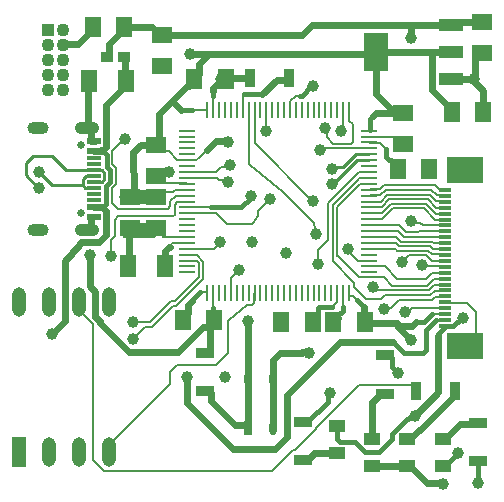
<source format=gtl>
G04*
G04 #@! TF.GenerationSoftware,Altium Limited,Altium Designer,22.5.1 (42)*
G04*
G04 Layer_Physical_Order=1*
G04 Layer_Color=255*
%FSLAX44Y44*%
%MOMM*%
G71*
G04*
G04 #@! TF.SameCoordinates,71178AE7-794B-4274-92FD-453C924C4812*
G04*
G04*
G04 #@! TF.FilePolarity,Positive*
G04*
G01*
G75*
%ADD10C,0.2500*%
%ADD11C,0.2000*%
%ADD16C,0.2540*%
%ADD19O,0.6500X1.2500*%
%ADD20R,0.6500X1.2500*%
%ADD21R,1.6500X0.9000*%
%ADD22R,1.1500X0.6000*%
%ADD23R,1.1500X0.3000*%
%ADD24R,1.8200X1.4400*%
%ADD25R,0.9000X1.6500*%
%ADD26R,1.4000X1.0000*%
%ADD27R,1.1000X0.3000*%
%ADD28R,3.1000X2.3000*%
G04:AMPARAMS|DCode=29|XSize=3.25mm|YSize=2.05mm|CornerRadius=0.0513mm|HoleSize=0mm|Usage=FLASHONLY|Rotation=270.000|XOffset=0mm|YOffset=0mm|HoleType=Round|Shape=RoundedRectangle|*
%AMROUNDEDRECTD29*
21,1,3.2500,1.9475,0,0,270.0*
21,1,3.1475,2.0500,0,0,270.0*
1,1,0.1025,-0.9738,-1.5738*
1,1,0.1025,-0.9738,1.5738*
1,1,0.1025,0.9738,1.5738*
1,1,0.1025,0.9738,-1.5738*
%
%ADD29ROUNDEDRECTD29*%
G04:AMPARAMS|DCode=30|XSize=1mm|YSize=2.05mm|CornerRadius=0.05mm|HoleSize=0mm|Usage=FLASHONLY|Rotation=270.000|XOffset=0mm|YOffset=0mm|HoleType=Round|Shape=RoundedRectangle|*
%AMROUNDEDRECTD30*
21,1,1.0000,1.9500,0,0,270.0*
21,1,0.9000,2.0500,0,0,270.0*
1,1,0.1000,-0.9750,-0.4500*
1,1,0.1000,-0.9750,0.4500*
1,1,0.1000,0.9750,0.4500*
1,1,0.1000,0.9750,-0.4500*
%
%ADD30ROUNDEDRECTD30*%
%ADD31R,1.3500X1.9000*%
%ADD32R,1.4400X1.8200*%
%ADD33R,1.0000X0.9700*%
%ADD49C,0.6500*%
G04:AMPARAMS|DCode=50|XSize=1mm|YSize=2.1mm|CornerRadius=0.5mm|HoleSize=0mm|Usage=FLASHONLY|Rotation=270.000|XOffset=0mm|YOffset=0mm|HoleType=Round|Shape=RoundedRectangle|*
%AMROUNDEDRECTD50*
21,1,1.0000,1.1000,0,0,270.0*
21,1,0.0000,2.1000,0,0,270.0*
1,1,1.0000,-0.5500,0.0000*
1,1,1.0000,-0.5500,0.0000*
1,1,1.0000,0.5500,0.0000*
1,1,1.0000,0.5500,0.0000*
%
%ADD50ROUNDEDRECTD50*%
G04:AMPARAMS|DCode=51|XSize=1mm|YSize=1.8mm|CornerRadius=0.5mm|HoleSize=0mm|Usage=FLASHONLY|Rotation=270.000|XOffset=0mm|YOffset=0mm|HoleType=Round|Shape=RoundedRectangle|*
%AMROUNDEDRECTD51*
21,1,1.0000,0.8000,0,0,270.0*
21,1,0.0000,1.8000,0,0,270.0*
1,1,1.0000,-0.4000,0.0000*
1,1,1.0000,-0.4000,0.0000*
1,1,1.0000,0.4000,0.0000*
1,1,1.0000,0.4000,0.0000*
%
%ADD51ROUNDEDRECTD51*%
%ADD57R,1.4732X0.2794*%
%ADD58R,0.2794X1.4732*%
%ADD59C,0.2607*%
%ADD60C,0.6000*%
%ADD61C,0.4000*%
%ADD62R,1.2000X2.5000*%
%ADD63O,1.2000X2.5000*%
%ADD64R,1.1000X1.1000*%
%ADD65C,1.1000*%
%ADD66C,1.0000*%
G36*
X131706Y231230D02*
X129838Y230859D01*
X128006Y229634D01*
X126781Y227802D01*
X126351Y225640D01*
X126781Y223478D01*
X128006Y221646D01*
X128882Y220770D01*
X128356Y219500D01*
X101000D01*
Y232500D01*
X131581D01*
X131706Y231230D01*
D02*
G37*
G36*
X128022Y258486D02*
X126448Y256912D01*
X125665Y255741D01*
X125391Y254360D01*
X125665Y252979D01*
X126448Y251808D01*
X127619Y251025D01*
X129000Y250751D01*
X130381Y251025D01*
X131552Y251808D01*
X134695Y254951D01*
X137000D01*
Y247969D01*
X110260D01*
X110062Y248215D01*
X110321Y249916D01*
X110994Y250366D01*
X114249Y253620D01*
X114249Y253620D01*
X115473Y255453D01*
X115903Y257615D01*
X115903Y257615D01*
Y259659D01*
X127535D01*
X128022Y258486D01*
D02*
G37*
D10*
X366473Y150126D02*
X366508Y150091D01*
X373630D02*
X373721Y150000D01*
X366508Y150091D02*
X373630D01*
D11*
X312753Y186087D02*
G03*
X312715Y186087I114J-21461D01*
G01*
X190586Y150003D02*
G03*
X190586Y150002I1414J-1415D01*
G01*
X92000Y293292D02*
X101708Y303000D01*
X103000D01*
X92000Y281870D02*
Y293292D01*
X334620Y166620D02*
X362620D01*
X322000Y159000D02*
X323157Y160157D01*
X328157D01*
X334620Y166620D01*
X292000Y208000D02*
X299716Y200284D01*
X292000Y208000D02*
Y210000D01*
X282489Y204510D02*
X283075Y203925D01*
X300985Y186015D02*
X302642Y186015D01*
X283075Y203925D02*
X300985Y186015D01*
X278689Y246750D02*
X279013Y247486D01*
X282489Y204510D02*
Y244790D01*
X283213Y246504D01*
X278689Y199601D02*
Y246750D01*
X302642Y186015D02*
X312715Y186087D01*
X278689Y199601D02*
X296697Y181594D01*
X320000Y168000D02*
X322849Y170849D01*
X323170D01*
X296697Y178303D02*
X307000Y168000D01*
X320000D01*
X323170Y170849D02*
X324996Y170849D01*
X361475D01*
X321757Y186087D02*
X329044Y178800D01*
X358678D01*
X312753Y186087D02*
X321757D01*
X358678Y178800D02*
X364178Y184300D01*
X296697Y178303D02*
Y181594D01*
X312776Y177547D02*
X314375D01*
X316922Y175000D01*
X296000Y170000D02*
X299000Y167000D01*
X292500Y170397D02*
X292897Y170000D01*
X292500Y170397D02*
Y173068D01*
X292897Y170000D02*
X296000D01*
X169250Y184876D02*
Y199415D01*
X124006Y148000D02*
X142006Y166000D01*
X146274Y161900D02*
X169250Y184876D01*
X120200Y144200D02*
X125580D01*
X143280Y161900D02*
X146274D01*
X110000Y134000D02*
X120200Y144200D01*
X125580D02*
X143280Y161900D01*
X110000Y148000D02*
X124006D01*
X90734Y204024D02*
Y217708D01*
X90710Y204000D02*
X90734Y204024D01*
Y217708D02*
X94000Y220975D01*
Y234900D01*
X92000Y261888D02*
X95103Y264991D01*
X92000Y281870D02*
X95103Y278766D01*
Y264991D02*
Y278766D01*
X92000Y249100D02*
X96740Y244360D01*
X92000Y249100D02*
Y261888D01*
X132360Y275000D02*
X140378D01*
X129000Y271640D02*
X132360Y275000D01*
X129000Y271640D02*
X134959Y265681D01*
X154887D01*
X155284Y265284D01*
X129000Y298360D02*
X134443Y292917D01*
X139928D01*
X147164Y285681D01*
X154887D01*
X155284Y285284D01*
X96740Y244360D02*
X139260D01*
X141200Y246300D01*
Y250795D01*
X145689Y255284D01*
X155284D01*
X154887Y249887D02*
X155284Y250284D01*
X147164Y249887D02*
X154887D01*
X145000Y247723D02*
X147164Y249887D01*
X145000Y238812D02*
Y247723D01*
X143828Y237640D02*
X145000Y238812D01*
X96740Y237640D02*
X143828D01*
X94000Y234900D02*
X96740Y237640D01*
X294339Y299084D02*
X295511Y300256D01*
X273461Y304539D02*
X278916Y299084D01*
X295511Y300256D02*
Y315489D01*
X278916Y299084D02*
X294339D01*
X276804Y295284D02*
X309716D01*
X276658Y295430D02*
X276804Y295284D01*
X273461Y304539D02*
Y311616D01*
X272539Y312539D02*
X273461Y311616D01*
X292500Y327500D02*
X292503Y327497D01*
Y318497D02*
Y327497D01*
Y318497D02*
X295511Y315489D01*
X287500Y311500D02*
Y327500D01*
X286039Y310039D02*
X287500Y311500D01*
X273047Y295430D02*
X276658D01*
X268000Y294000D02*
X271940Y295326D01*
X272250Y295430D01*
X273047Y295430D01*
X207500Y282328D02*
Y327500D01*
X184173Y279469D02*
X190469D01*
X208672Y281157D02*
X236726Y258274D01*
X207500Y282328D02*
X208672Y281157D01*
X190469Y279469D02*
X192000Y281000D01*
X222188Y327188D02*
X222500Y327500D01*
X222188Y310122D02*
Y327188D01*
X221877Y309810D02*
X222188Y310122D01*
X300022Y268687D02*
X300022D01*
X298448Y272487D02*
X300848Y274887D01*
X301596Y264887D02*
X309319D01*
X279013Y247486D02*
X279413Y248078D01*
X300022Y268687D01*
X275613Y249652D02*
X298448Y272487D01*
X283213Y246504D02*
X301596Y264887D01*
X300022Y268687D02*
X301222Y269887D01*
X274890Y248324D02*
X275613Y249652D01*
X215683Y237932D02*
X215698Y237948D01*
Y242020D02*
X226000Y252322D01*
X215698Y237948D02*
Y242020D01*
X182304Y268531D02*
X188469D01*
X180551Y270284D02*
X182304Y268531D01*
X188469D02*
X190000Y267000D01*
X155284Y270284D02*
X180551D01*
X179988Y275284D02*
X184173Y279469D01*
X322716Y195284D02*
X333000Y185000D01*
X358000D02*
X363000Y190000D01*
X333000Y185000D02*
X358000D01*
X363000Y190000D02*
X373721D01*
X309716Y195284D02*
X322716D01*
X299716Y200284D02*
X309716D01*
X343000Y205000D02*
X358000D01*
X337000Y199000D02*
X343000Y205000D01*
X316922Y175000D02*
X360252D01*
X368049Y184300D02*
X368249Y184500D01*
X373221D01*
X364178Y184300D02*
X368049D01*
X373221Y184500D02*
X373721Y185000D01*
X361475Y170849D02*
X364926Y174300D01*
X368049Y179300D02*
X368249Y179500D01*
X373221D01*
X373721Y180000D01*
X360252Y175000D02*
X364552Y179300D01*
X368049D01*
X362620Y166620D02*
X365500Y169500D01*
X364926Y174300D02*
X368049D01*
X368249Y174500D01*
X373221D01*
X373721Y175000D01*
X365500Y169500D02*
X373221D01*
X340000Y157110D02*
X342895D01*
X345785Y160000D01*
X373221Y169500D02*
X373721Y170000D01*
X345785Y160000D02*
X373721D01*
X363000Y155050D02*
X363050Y155000D01*
X373721D01*
X354960Y195500D02*
X373221D01*
X354000Y196460D02*
X354960Y195500D01*
X373221D02*
X373721Y195000D01*
X363000Y200000D02*
X373721D01*
X358000Y205000D02*
X363000Y200000D01*
X309716Y210284D02*
X331968D01*
X361386Y212600D02*
X363987Y210000D01*
X359813Y208800D02*
X362912Y205700D01*
X336600Y216400D02*
X362961D01*
X332716Y220284D02*
X336600Y216400D01*
X335026Y212600D02*
X361386D01*
X333452Y208800D02*
X359813D01*
X332342Y215284D02*
X335026Y212600D01*
X331968Y210284D02*
X333452Y208800D01*
X362961Y216400D02*
X364361Y215000D01*
X350736Y224110D02*
X351626Y225000D01*
X345000Y234000D02*
X347047Y231953D01*
X351626Y225000D02*
X373721D01*
X334716Y230284D02*
X340890Y224110D01*
X350736D01*
X373411Y220310D02*
X373721Y220000D01*
X338690Y220310D02*
X373411D01*
X362912Y205700D02*
X368049D01*
X368249Y205500D02*
X373221D01*
X373721Y205000D01*
X368049Y205700D02*
X368249Y205500D01*
X309716Y215284D02*
X332342D01*
X309716Y225284D02*
X333716D01*
X309716Y220284D02*
X332716D01*
X333716Y225284D02*
X338690Y220310D01*
X347047Y231953D02*
X352943D01*
X309716Y230284D02*
X334716D01*
X352943Y231953D02*
X354895Y230000D01*
X363987Y210000D02*
X373721D01*
X364361Y215000D02*
X373721D01*
X365452Y235000D02*
X373721D01*
X355852Y244600D02*
X365452Y235000D01*
X330000Y244600D02*
X355852D01*
X309716Y235284D02*
X320684D01*
X330000Y244600D01*
X354895Y230000D02*
X373721D01*
X365826Y240000D02*
X373721D01*
X357426Y248400D02*
X365826Y240000D01*
X320284Y240284D02*
X328400Y248400D01*
X357426D01*
X309716Y240284D02*
X320284D01*
X366200Y245000D02*
X373721D01*
X359000Y252200D02*
X366200Y245000D01*
X326574Y252200D02*
X359000D01*
X320055Y245681D02*
X326574Y252200D01*
X309716Y245284D02*
X310113Y245681D01*
X320055D01*
X373221Y250500D02*
X373721Y250000D01*
X366326Y250500D02*
X373221D01*
X360826Y256000D02*
X366326Y250500D01*
X325000Y256000D02*
X360826D01*
X319284Y250284D02*
X325000Y256000D01*
X309716Y250284D02*
X319284D01*
X322000Y264000D02*
X365721D01*
X319055Y255681D02*
X323574Y260200D01*
X318681Y260681D02*
X322000Y264000D01*
X310113Y255681D02*
X319055D01*
X323574Y260200D02*
X362000D01*
X310113Y260681D02*
X318681D01*
X362000Y260200D02*
X366700Y255500D01*
X373221D02*
X373721Y255000D01*
X366700Y255500D02*
X373221D01*
X309716Y255284D02*
X310113Y255681D01*
X365721Y264000D02*
X369721Y260000D01*
X373721D01*
X309716Y260284D02*
X310113Y260681D01*
X266000Y209000D02*
X274890Y217889D01*
X266000Y197000D02*
Y209000D01*
X192500Y185500D02*
X199000Y192000D01*
X192500Y173068D02*
Y185500D01*
X274890Y217889D02*
Y248324D01*
X301222Y269887D02*
X309319D01*
X300848Y274887D02*
X309319D01*
X263029Y231971D02*
X264790Y222803D01*
X237312Y257688D02*
X263029Y231971D01*
X144918Y259887D02*
X154887D01*
X129000Y254360D02*
X133200Y258560D01*
X143591D01*
X144918Y259887D01*
X212500Y299500D02*
Y327500D01*
X143284Y215284D02*
X155284D01*
X142000Y214000D02*
X143284Y215284D01*
X316129Y304840D02*
X332046D01*
X338210Y298676D01*
X160000Y328000D02*
X172103D01*
X177500Y327500D02*
Y339500D01*
X155284Y275284D02*
X179988D01*
X155284Y245284D02*
X175716D01*
X155284Y210284D02*
X178133D01*
X183640Y215791D01*
Y216000D01*
X177500Y160500D02*
Y173068D01*
X282103Y164948D02*
Y172671D01*
X282500Y173068D01*
X242897Y327897D02*
Y335620D01*
X247277Y340000D01*
X251000D01*
X135047Y220284D02*
X155284D01*
X129000Y227640D02*
X135047Y221593D01*
Y220284D02*
Y221593D01*
X212103Y172671D02*
X212500Y173068D01*
X212103Y167949D02*
Y172671D01*
X287103Y160897D02*
Y172671D01*
X287500Y173068D01*
X166000Y174000D02*
X172103D01*
X319113Y299887D02*
X324000Y295000D01*
X309716Y305284D02*
X315685D01*
X316129Y304840D01*
X163778Y204887D02*
X169250Y199415D01*
X155681Y204887D02*
X163778D01*
X155284Y205284D02*
X155681Y204887D01*
X154887Y259887D02*
X155284Y260284D01*
X309319Y269887D02*
X309716Y270284D01*
X142006Y166000D02*
X145000D01*
X165450Y186450D01*
Y197841D01*
X163404Y199887D02*
X165450Y197841D01*
X155681Y199887D02*
X163404D01*
X155284Y200284D02*
X155681Y199887D01*
X172103Y328000D02*
X172500Y327603D01*
Y327500D02*
Y327603D01*
X309319Y274887D02*
X309716Y275284D01*
X309319Y264887D02*
X309716Y265284D01*
X242500Y327500D02*
X242897Y327897D01*
X202500Y327500D02*
Y339500D01*
X204000Y341000D01*
X172103Y174000D02*
X172500Y173603D01*
Y173068D02*
Y173603D01*
X309716Y300284D02*
X310113Y299887D01*
X319113D01*
X309716Y310284D02*
X310000Y310568D01*
X165186Y287463D02*
X172000Y293606D01*
X163810Y286087D02*
X165186Y287463D01*
X163659Y286087D02*
X163810D01*
X162769Y285284D02*
X163659Y286087D01*
X155284Y285284D02*
X162769D01*
X210824Y231778D02*
X215683Y237932D01*
X210181Y231135D02*
X210824Y231778D01*
X210146Y231110D02*
X210181Y231135D01*
X188890Y231110D02*
X210146D01*
X188305Y231695D02*
X188890Y231110D01*
X179716Y240284D02*
X188305Y231695D01*
X155284Y240284D02*
X179716D01*
X211697Y167500D02*
X212103Y167949D01*
X211697Y164542D02*
Y167500D01*
X210057Y162902D02*
X211697Y164542D01*
X206108Y162902D02*
X210057D01*
X190651Y150068D02*
X206108Y162902D01*
X190586Y150003D02*
X190651Y150068D01*
X190000Y149417D02*
X190586Y150002D01*
X190000Y122000D02*
Y149417D01*
X180000Y112000D02*
X190000Y122000D01*
X147000Y112000D02*
X180000D01*
X141000Y106000D02*
X147000Y112000D01*
X141000Y96100D02*
Y106000D01*
X89400Y44500D02*
X141000Y96100D01*
X89400Y38000D02*
Y44500D01*
X278155Y161000D02*
X282103Y164948D01*
X177000Y340000D02*
X177500Y339500D01*
X212500Y299500D02*
X261000Y251000D01*
X262000D01*
X236726Y258274D02*
X237312Y257688D01*
X76346Y271879D02*
X76846Y271379D01*
X391021Y277000D02*
X400890D01*
X390721Y276700D02*
X391021Y277000D01*
X374221Y164500D02*
X392500D01*
X338000Y298640D02*
X338175D01*
X338210Y298676D01*
X76346Y301379D02*
X78346Y299379D01*
X74386Y237379D02*
X76386Y239379D01*
X74386Y301379D02*
X75007Y302000D01*
X349596Y90254D02*
Y91500D01*
X246412Y39852D02*
X264304Y57744D01*
X227400Y21960D02*
X245292Y39852D01*
X246412D01*
X264304Y58694D02*
X300610Y95000D01*
X75681Y31727D02*
Y146819D01*
X64000Y158500D02*
X75681Y146819D01*
Y31727D02*
X85448Y21960D01*
X264304Y57744D02*
Y58694D01*
X64000Y158500D02*
Y165000D01*
X85448Y21960D02*
X227400D01*
X300610Y95000D02*
X346096D01*
X349596Y91500D01*
X373721Y165000D02*
X374221Y164500D01*
X392500D02*
X400000Y157000D01*
Y138800D02*
Y157000D01*
X389200Y128000D02*
X400000Y138800D01*
X389000Y128000D02*
X389200D01*
X360360Y278000D02*
X361000D01*
X261720Y149900D02*
X266000Y154180D01*
X261720Y148000D02*
Y149900D01*
D16*
X287287Y279384D02*
X298187Y290284D01*
X309716D01*
X279965Y279384D02*
X287287D01*
X278859Y278278D02*
X279965Y279384D01*
X278344Y277535D02*
X278859Y278278D01*
X278000Y265000D02*
X279040D01*
X299197Y285157D01*
X309589D01*
X309716Y285284D01*
D19*
X228340Y58172D02*
D03*
X206840Y99672D02*
D03*
X228340D02*
D03*
D20*
X206840Y58172D02*
D03*
D21*
X253254Y63404D02*
D03*
Y31104D02*
D03*
X170746Y121896D02*
D03*
Y89596D02*
D03*
X402000Y30700D02*
D03*
Y63000D02*
D03*
X323000Y120000D02*
D03*
Y87700D02*
D03*
D22*
X76346Y237379D02*
D03*
Y301379D02*
D03*
Y245379D02*
D03*
Y293379D02*
D03*
D23*
Y251879D02*
D03*
Y256879D02*
D03*
Y261879D02*
D03*
Y266879D02*
D03*
Y271879D02*
D03*
Y276879D02*
D03*
Y281879D02*
D03*
Y286879D02*
D03*
D24*
X107000Y227640D02*
D03*
Y254360D02*
D03*
X338000Y298640D02*
D03*
Y325360D02*
D03*
X134000Y391360D02*
D03*
Y364640D02*
D03*
X129000Y271640D02*
D03*
Y298360D02*
D03*
X405000Y402360D02*
D03*
Y375640D02*
D03*
X129000Y254360D02*
D03*
Y227640D02*
D03*
D25*
X381896Y90254D02*
D03*
X349596D02*
D03*
X209104Y354746D02*
D03*
X241404D02*
D03*
D26*
X342000Y49430D02*
D03*
Y26570D02*
D03*
X282000Y37570D02*
D03*
Y60430D02*
D03*
X372000Y49430D02*
D03*
Y26570D02*
D03*
X312000Y49430D02*
D03*
Y26570D02*
D03*
D27*
X373721Y260000D02*
D03*
Y255000D02*
D03*
Y250000D02*
D03*
Y245000D02*
D03*
Y240000D02*
D03*
Y235000D02*
D03*
Y230000D02*
D03*
Y225000D02*
D03*
Y220000D02*
D03*
Y215000D02*
D03*
Y210000D02*
D03*
Y205000D02*
D03*
Y200000D02*
D03*
Y195000D02*
D03*
Y190000D02*
D03*
Y185000D02*
D03*
Y180000D02*
D03*
Y175000D02*
D03*
Y170000D02*
D03*
Y165000D02*
D03*
Y160000D02*
D03*
Y155000D02*
D03*
Y150000D02*
D03*
Y145000D02*
D03*
D28*
X390721Y128300D02*
D03*
Y276700D02*
D03*
D29*
X315250Y377000D02*
D03*
D30*
X378750Y400000D02*
D03*
Y377000D02*
D03*
Y354000D02*
D03*
D31*
X137000Y196000D02*
D03*
X105000D02*
D03*
X104000Y352000D02*
D03*
X72000D02*
D03*
D32*
X360360Y278000D02*
D03*
X333640D02*
D03*
X102360Y398000D02*
D03*
X75640D02*
D03*
X188360Y354000D02*
D03*
X161640D02*
D03*
X379640Y326000D02*
D03*
X406360D02*
D03*
X261720Y148000D02*
D03*
X235000D02*
D03*
X306011Y148011D02*
D03*
X279291D02*
D03*
X178360Y150000D02*
D03*
X151640D02*
D03*
D33*
X87650Y373000D02*
D03*
X102350D02*
D03*
D49*
X65596Y240479D02*
D03*
Y298279D02*
D03*
D50*
X70596Y226179D02*
D03*
Y312579D02*
D03*
D51*
X28796Y226179D02*
D03*
Y312579D02*
D03*
D57*
X155284Y310284D02*
D03*
Y305284D02*
D03*
Y300284D02*
D03*
Y295284D02*
D03*
Y290284D02*
D03*
Y285284D02*
D03*
Y280284D02*
D03*
Y275284D02*
D03*
Y270284D02*
D03*
Y265284D02*
D03*
Y260284D02*
D03*
Y255284D02*
D03*
Y250284D02*
D03*
Y245284D02*
D03*
Y240284D02*
D03*
Y235284D02*
D03*
Y230284D02*
D03*
Y225284D02*
D03*
Y220284D02*
D03*
Y215284D02*
D03*
Y210284D02*
D03*
Y205284D02*
D03*
Y200284D02*
D03*
Y195284D02*
D03*
Y190284D02*
D03*
X309716D02*
D03*
Y195284D02*
D03*
Y200284D02*
D03*
Y205284D02*
D03*
Y210284D02*
D03*
Y215284D02*
D03*
Y220284D02*
D03*
Y225284D02*
D03*
Y230284D02*
D03*
Y235284D02*
D03*
Y240284D02*
D03*
Y245284D02*
D03*
Y250284D02*
D03*
Y255284D02*
D03*
Y260284D02*
D03*
Y265284D02*
D03*
Y270284D02*
D03*
Y275284D02*
D03*
Y280284D02*
D03*
Y285284D02*
D03*
Y290284D02*
D03*
Y295284D02*
D03*
Y300284D02*
D03*
Y305284D02*
D03*
Y310284D02*
D03*
D58*
X172500Y173068D02*
D03*
X177500D02*
D03*
X182500D02*
D03*
X187500D02*
D03*
X192500D02*
D03*
X197500D02*
D03*
X202500D02*
D03*
X207500D02*
D03*
X212500D02*
D03*
X217500D02*
D03*
X222500D02*
D03*
X227500D02*
D03*
X232500D02*
D03*
X237500D02*
D03*
X242500D02*
D03*
X247500D02*
D03*
X252500D02*
D03*
X257500D02*
D03*
X262500D02*
D03*
X267500D02*
D03*
X272500D02*
D03*
X277500D02*
D03*
X282500D02*
D03*
X287500D02*
D03*
X292500D02*
D03*
Y327500D02*
D03*
X287500D02*
D03*
X282500D02*
D03*
X277500D02*
D03*
X272500D02*
D03*
X267500D02*
D03*
X262500D02*
D03*
X257500D02*
D03*
X252500D02*
D03*
X247500D02*
D03*
X242500D02*
D03*
X237500D02*
D03*
X232500D02*
D03*
X227500D02*
D03*
X222500D02*
D03*
X217500D02*
D03*
X212500D02*
D03*
X207500D02*
D03*
X202500D02*
D03*
X197500D02*
D03*
X192500D02*
D03*
X187500D02*
D03*
X182500D02*
D03*
X177500D02*
D03*
X172500D02*
D03*
D59*
X41073Y263995D02*
X67394D01*
X29371Y262000D02*
X29900D01*
X19000Y272371D02*
X29371Y262000D01*
X29900Y275168D02*
X41073Y263995D01*
X53121Y276879D02*
X76346D01*
X41000Y289000D02*
X53121Y276879D01*
X25000Y289000D02*
X41000D01*
X19000Y283000D02*
X25000Y289000D01*
X19000Y272371D02*
Y283000D01*
X83181Y276682D02*
X85199Y274664D01*
X76542Y267075D02*
X83181D01*
X85199Y269093D01*
X76603Y276682D02*
X83181D01*
X76346Y276939D02*
X76603Y276682D01*
X85199Y269093D02*
Y274664D01*
X76346Y266879D02*
X76542Y267075D01*
X76150Y271682D02*
X76346Y271879D01*
X69510Y271682D02*
X76150D01*
X69314Y262075D02*
X76150D01*
X76346Y261879D01*
X67492Y269664D02*
X69510Y271682D01*
X67492Y264093D02*
Y269664D01*
X67394Y263995D02*
X69314Y262075D01*
D60*
X86896Y296390D02*
Y332146D01*
X84084Y293579D02*
X86896Y296390D01*
X158000Y375000D02*
X174000D01*
X134000Y364640D02*
X134011D01*
X134191Y364460D01*
X81481Y147613D02*
Y149221D01*
X77860Y152842D02*
Y173960D01*
X106094Y123000D02*
X147728D01*
X81481Y147613D02*
X106094Y123000D01*
X77860Y152842D02*
X81481Y149221D01*
X147728Y123000D02*
X164652Y139924D01*
X73000Y178820D02*
Y205000D01*
Y178820D02*
X77860Y173960D01*
X106244Y254725D02*
X110079Y258560D01*
Y273560D01*
X102977Y254000D02*
X103000D01*
X103725Y254725D01*
X106244D01*
X110079Y273560D02*
X110255Y273736D01*
X110000Y276000D02*
Y292000D01*
X110255Y261644D02*
Y273736D01*
Y257615D02*
Y261644D01*
X305000Y149022D02*
X306011Y148011D01*
X110000Y292000D02*
X116360Y298360D01*
X106580Y227220D02*
X107000Y227640D01*
X106580Y197580D02*
Y227220D01*
X82379Y293379D02*
X82579Y293579D01*
X84084D01*
X116360Y298360D02*
X129000D01*
X76346Y293379D02*
X82379D01*
X83884D01*
X188928Y301876D02*
X190000Y300804D01*
X180271Y301876D02*
X188928D01*
X80462Y215639D02*
X86896Y222073D01*
X85139Y244124D02*
Y244124D01*
X86896Y222073D02*
Y242367D01*
X83884Y245379D02*
X85139Y244124D01*
Y244124D02*
X86896Y242367D01*
X52460Y149460D02*
Y200097D01*
X65662Y215639D02*
X80462D01*
X63706Y213682D02*
X65662Y215639D01*
X52460Y200097D02*
X63706Y213682D01*
X252980Y122718D02*
X258392D01*
X259000Y122110D01*
X285267Y131562D02*
X329562D01*
X240000Y86295D02*
X285267Y131562D01*
X240000Y51000D02*
Y86295D01*
X252449Y122187D02*
X252980Y122718D01*
X234187Y122187D02*
X252449D01*
X228340Y58172D02*
Y116340D01*
X174553Y144293D02*
X178360Y148100D01*
X174160Y143900D02*
X174553Y144293D01*
X306011Y148011D02*
X306912Y147110D01*
X305956Y148066D02*
X306011Y148011D01*
Y148011D02*
Y148011D01*
X206920Y148920D02*
X207000Y149000D01*
X206920Y99752D02*
Y148920D01*
X306912Y147110D02*
X333185D01*
X333927Y144073D02*
X345000Y133000D01*
X346220Y145220D02*
X349110Y148110D01*
X333185Y147110D02*
X335075Y145220D01*
X346220D01*
X219000Y341000D02*
X231419Y353419D01*
X406360Y326000D02*
Y344100D01*
X315250Y341210D02*
Y377000D01*
X174000Y375000D02*
X313250D01*
X315250Y377000D02*
X363000D01*
Y344540D02*
X379640Y327900D01*
X378750Y354000D02*
X398000D01*
X398900Y354900D01*
X398000Y352460D02*
Y354000D01*
X363000Y344540D02*
Y377000D01*
X345000Y389000D02*
Y400000D01*
X398000Y352460D02*
X406360Y344100D01*
X313250Y375000D02*
X315250Y377000D01*
X240077Y353419D02*
X241404Y354746D01*
X231419Y353419D02*
X240077D01*
X315360Y325360D02*
X331100D01*
X313000Y323000D02*
X315360Y325360D01*
X70596Y312579D02*
X71298Y313281D01*
X72538Y312579D02*
X74386Y310731D01*
X70596Y312579D02*
X72538D01*
X74386Y228026D02*
Y237379D01*
X70596Y226179D02*
X72538D01*
X74386Y228026D01*
Y301379D02*
X76346D01*
Y245379D02*
X83884D01*
X74386Y301379D02*
Y310731D01*
X71298Y351298D02*
X72000Y352000D01*
X71298Y313281D02*
Y351298D01*
X174553Y123396D02*
Y144293D01*
X155840Y162638D02*
X159201Y165999D01*
X155840Y156100D02*
Y162638D01*
X151640Y151900D02*
X155840Y156100D01*
X151640Y150000D02*
Y151900D01*
X164652Y139924D02*
Y140076D01*
X168476Y143900D01*
X174160D01*
X173053Y121896D02*
X174553Y123396D01*
X170746Y121896D02*
X173053D01*
X206840Y61172D02*
Y99672D01*
X206920Y99752D01*
X132000Y301360D02*
Y324360D01*
X50200Y382700D02*
X51157Y383657D01*
X63197D01*
X75640Y396100D01*
Y398000D01*
X165834Y366834D02*
X174000Y375000D01*
X89650Y374850D02*
Y383390D01*
X87800Y373000D02*
X89650Y374850D01*
Y383390D02*
X102360Y396100D01*
Y398000D01*
X165834Y358194D02*
Y366834D01*
X161640Y354000D02*
X165834Y358194D01*
X105000Y196000D02*
X106580Y197580D01*
X107000Y254360D02*
X110255Y257615D01*
X342000Y26570D02*
X344000D01*
X312000D02*
X342000D01*
X129000Y298360D02*
X132000Y301360D01*
Y324360D02*
X142820Y335180D01*
X86896Y332146D02*
X103175Y348425D01*
X41000Y138000D02*
X52460Y149460D01*
X184360Y354000D02*
X188360D01*
X189106Y354746D02*
X209104D01*
X188360Y354000D02*
X189106Y354746D01*
X180515Y350000D02*
X184160D01*
X184360Y350200D01*
Y354000D01*
X177000Y346485D02*
X180515Y350000D01*
X177000Y344000D02*
Y346485D01*
X172000Y293606D02*
X180271Y301876D01*
X400500Y61500D02*
X402000Y63000D01*
X386070Y61500D02*
X400500D01*
X374000Y49430D02*
X386070Y61500D01*
X372000Y49430D02*
X374000D01*
X253254Y31104D02*
X254754Y32604D01*
X258504D01*
X263237Y37337D01*
X281767D01*
X282000Y37570D01*
X370718Y12282D02*
X372000Y11000D01*
X344000Y26570D02*
X358288Y12282D01*
X370718D01*
X342000Y49430D02*
X344000D01*
X380396Y88754D02*
X381896Y90254D01*
X380396Y84581D02*
Y88754D01*
X352925Y57110D02*
X380396Y84581D01*
X351680Y57110D02*
X352925D01*
X344000Y49430D02*
X351680Y57110D01*
X348000Y69000D02*
X368000Y89000D01*
Y136000D01*
X312000Y80450D02*
X319250Y87700D01*
X323000D01*
X312000Y49430D02*
Y80450D01*
X230000Y41000D02*
X240000Y51000D01*
X228340Y116340D02*
X234187Y122187D01*
X175814Y81186D02*
X195578Y61422D01*
X206590D01*
X174314Y89596D02*
X175814Y88096D01*
X170746Y89596D02*
X174314D01*
X175814Y81186D02*
Y88096D01*
X206840Y58172D02*
Y61172D01*
X206590Y61422D02*
X206840Y61172D01*
X155461Y101531D02*
X155500Y101491D01*
Y79500D02*
Y101491D01*
Y79500D02*
X194000Y41000D01*
X379640Y326000D02*
Y327900D01*
X363000Y377000D02*
X378750D01*
X345000Y400000D02*
X377750D01*
X386360Y402360D02*
X405000D01*
X377750Y400000D02*
X378250Y400500D01*
X384500D02*
X386360Y402360D01*
X378250Y400500D02*
X384500D01*
X315250Y341210D02*
X331100Y325360D01*
X261095Y400000D02*
X345000D01*
X398900Y354900D02*
Y371440D01*
X403100Y375640D02*
X405000D01*
X398900Y371440D02*
X403100Y375640D01*
X194000Y41000D02*
X230000D01*
X136560Y196440D02*
Y208485D01*
Y196440D02*
X137000Y196000D01*
X140075Y212000D02*
X141000D01*
X136560Y208485D02*
X140075Y212000D01*
X103175Y348425D02*
Y372175D01*
X252455Y391360D02*
X261095Y400000D01*
X134000Y391360D02*
X252455D01*
X102350Y373000D02*
X103175Y372175D01*
X87650Y373000D02*
X87800D01*
X132100Y391360D02*
X134000D01*
X102360Y398000D02*
X125460D01*
X132100Y391360D01*
X331100Y325360D02*
X338000D01*
X279651Y148011D02*
X283491Y151851D01*
X142820Y335180D02*
X150000Y328000D01*
X142820Y335180D02*
X155540Y347900D01*
X157440D02*
X161640Y352100D01*
Y354000D01*
X155540Y347900D02*
X157440D01*
X305000Y149022D02*
Y161000D01*
D61*
X299000Y167000D02*
X305000Y161000D01*
X87094Y263770D02*
X90303Y266979D01*
X83884Y245379D02*
X87094Y248588D01*
X87200Y279881D02*
X90303Y276778D01*
Y266979D02*
Y276778D01*
X83884Y293379D02*
X87200Y290063D01*
Y279881D02*
Y290063D01*
X87094Y248588D02*
Y263770D01*
X209255Y253255D02*
Y254534D01*
X201284Y245284D02*
X209255Y253255D01*
X356060Y148110D02*
X363000Y155050D01*
X357736Y141390D02*
X366473Y150126D01*
X349110Y148110D02*
X356060D01*
X310000Y311000D02*
Y320000D01*
X313000Y323000D01*
X260534Y348000D02*
X262000D01*
X204000Y341000D02*
X219000D01*
X252535Y340000D02*
X260534Y348000D01*
X251000Y340000D02*
X252535D01*
X324000Y287832D02*
X326732Y285100D01*
X324000Y287832D02*
Y295000D01*
X326732Y285100D02*
X328440D01*
X333640Y279900D01*
X159201Y167201D02*
X166000Y174000D01*
X159201Y165999D02*
Y167201D01*
X175000Y154000D02*
X178360Y150640D01*
X175716Y245284D02*
X201284D01*
X334000Y104890D02*
Y105354D01*
X267172Y161000D02*
X278155D01*
X266000Y159828D02*
X267172Y161000D01*
X266000Y154180D02*
Y159828D01*
X402000Y12000D02*
Y30700D01*
X384860Y37430D02*
Y37718D01*
X374000Y26570D02*
X384860Y37430D01*
X339124Y122000D02*
X355393D01*
X329562Y131562D02*
X339124Y122000D01*
X355393D02*
X357736Y124343D01*
Y141390D01*
X342815Y66169D02*
X345646Y69000D01*
X348000D01*
X368000Y138000D02*
X374700Y144700D01*
X380795D01*
X368000Y136000D02*
Y138000D01*
X317944Y38000D02*
X329000Y49056D01*
Y53804D01*
X341365Y66169D01*
X342815D01*
X297686Y46370D02*
X306056Y38000D01*
X317944D01*
X285060Y46370D02*
X297686D01*
X282000Y49430D02*
X285060Y46370D01*
X282000Y49430D02*
Y60430D01*
X372000Y26570D02*
X374000D01*
X329250Y110104D02*
Y117500D01*
Y110104D02*
X334000Y105354D01*
X323000Y120000D02*
X326750D01*
X329250Y117500D01*
X274335Y80735D02*
Y86335D01*
X276000Y88000D01*
X253254Y63404D02*
X257004D01*
X274335Y80735D01*
X389000Y128000D02*
X389300Y128300D01*
X390721D01*
X388095Y152000D02*
X389000D01*
X380795Y144700D02*
X388095Y152000D01*
X177000Y340000D02*
Y344000D01*
X333640Y278000D02*
Y279900D01*
X287103Y157723D02*
Y160897D01*
X283491Y154111D02*
X287103Y157723D01*
X283491Y151851D02*
Y154111D01*
X150000Y328000D02*
X160000D01*
X175000Y154000D02*
X177500Y156500D01*
Y160500D01*
D62*
X13200Y38000D02*
D03*
D63*
X38600D02*
D03*
X64000D02*
D03*
X89400D02*
D03*
X13200Y165000D02*
D03*
X38600D02*
D03*
X64000D02*
D03*
X89400D02*
D03*
D64*
X37500Y395400D02*
D03*
D65*
X50200D02*
D03*
X37500Y382700D02*
D03*
X50200D02*
D03*
X37500Y370000D02*
D03*
X50200D02*
D03*
X37500Y357300D02*
D03*
X50200D02*
D03*
X37500Y344600D02*
D03*
X50200D02*
D03*
D66*
X29900Y275168D02*
D03*
Y262000D02*
D03*
X103000Y303000D02*
D03*
X158000Y375000D02*
D03*
X134191Y364460D02*
D03*
X292000Y210000D02*
D03*
X322000Y159000D02*
D03*
X312776Y177547D02*
D03*
X110000Y148000D02*
D03*
Y134000D02*
D03*
X73000Y205000D02*
D03*
X90710Y204000D02*
D03*
X102977Y254000D02*
D03*
X140378Y275000D02*
D03*
X107000Y227640D02*
D03*
X272539Y312539D02*
D03*
X278344Y277535D02*
D03*
X268000Y294000D02*
D03*
X286039Y310039D02*
D03*
X278000Y265000D02*
D03*
X192000Y281000D02*
D03*
X190000Y300804D02*
D03*
X221877Y309810D02*
D03*
X178293Y148844D02*
D03*
X345000Y234000D02*
D03*
X389000Y128000D02*
D03*
X279651Y148011D02*
D03*
X41000Y138000D02*
D03*
X184360Y354000D02*
D03*
X187441Y101390D02*
D03*
X361000Y278000D02*
D03*
X155461Y101531D02*
D03*
X276000Y88000D02*
D03*
X348000Y69000D02*
D03*
X345000Y133000D02*
D03*
X372000Y11000D02*
D03*
X384860Y37718D02*
D03*
X402000Y12000D02*
D03*
X151640Y150000D02*
D03*
X235000Y148000D02*
D03*
X207000Y149000D02*
D03*
X334000Y104890D02*
D03*
X239000Y207000D02*
D03*
X210360Y216000D02*
D03*
X183640D02*
D03*
X338210Y298676D02*
D03*
X345000Y389000D02*
D03*
X398000Y354000D02*
D03*
X262000Y251000D02*
D03*
X400890Y277000D02*
D03*
X389000Y152000D02*
D03*
X262000Y348000D02*
D03*
X264790Y222803D02*
D03*
X199000Y192000D02*
D03*
X266000Y197000D02*
D03*
X226000Y252322D02*
D03*
X190000Y267000D02*
D03*
X259000Y122110D02*
D03*
X209255Y254534D02*
D03*
X305956Y148066D02*
D03*
X354000Y196460D02*
D03*
X340000Y157110D02*
D03*
X337000Y199000D02*
D03*
M02*

</source>
